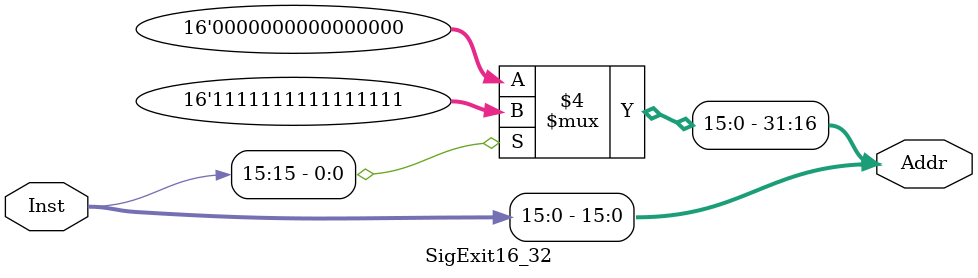
<source format=v>
module SigExit16_32(
    Inst,Addr
    );
    input [15:0] Inst;
    output reg [31:0] Addr;
     
    always @(Inst)
    begin
       if(Inst[15]==1) Addr[31:16]=16'b1111111111111111;
    else Addr[31:16]=16'b0000000000000000;
        Addr[15:0]=Inst[15:0];
    end
endmodule

</source>
